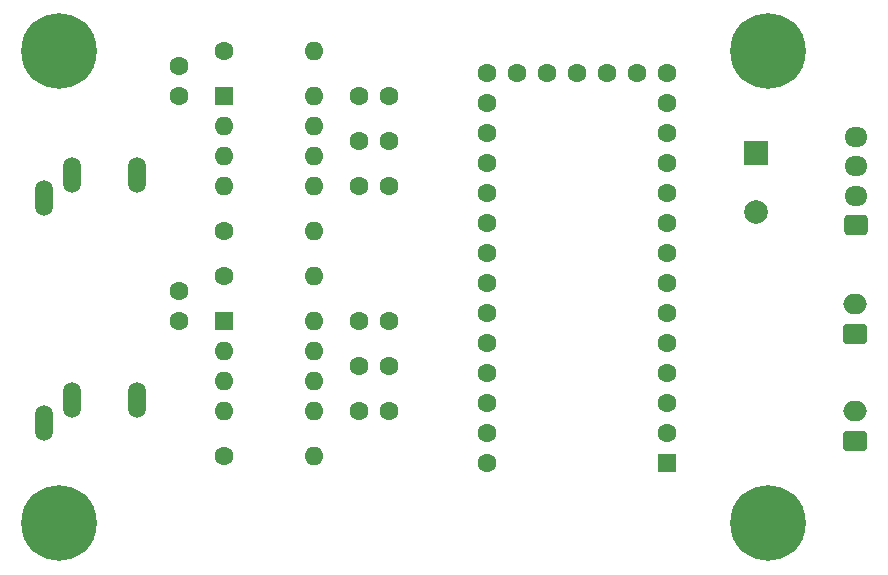
<source format=gbs>
%TF.GenerationSoftware,KiCad,Pcbnew,(6.0.4)*%
%TF.CreationDate,2022-03-22T23:36:16-04:00*%
%TF.ProjectId,larson_vu,6c617273-6f6e-45f7-9675-2e6b69636164,rev?*%
%TF.SameCoordinates,Original*%
%TF.FileFunction,Soldermask,Bot*%
%TF.FilePolarity,Negative*%
%FSLAX46Y46*%
G04 Gerber Fmt 4.6, Leading zero omitted, Abs format (unit mm)*
G04 Created by KiCad (PCBNEW (6.0.4)) date 2022-03-22 23:36:16*
%MOMM*%
%LPD*%
G01*
G04 APERTURE LIST*
G04 Aperture macros list*
%AMRoundRect*
0 Rectangle with rounded corners*
0 $1 Rounding radius*
0 $2 $3 $4 $5 $6 $7 $8 $9 X,Y pos of 4 corners*
0 Add a 4 corners polygon primitive as box body*
4,1,4,$2,$3,$4,$5,$6,$7,$8,$9,$2,$3,0*
0 Add four circle primitives for the rounded corners*
1,1,$1+$1,$2,$3*
1,1,$1+$1,$4,$5*
1,1,$1+$1,$6,$7*
1,1,$1+$1,$8,$9*
0 Add four rect primitives between the rounded corners*
20,1,$1+$1,$2,$3,$4,$5,0*
20,1,$1+$1,$4,$5,$6,$7,0*
20,1,$1+$1,$6,$7,$8,$9,0*
20,1,$1+$1,$8,$9,$2,$3,0*%
G04 Aperture macros list end*
%ADD10O,1.508000X3.016000*%
%ADD11C,1.600000*%
%ADD12RoundRect,0.250000X0.750000X-0.600000X0.750000X0.600000X-0.750000X0.600000X-0.750000X-0.600000X0*%
%ADD13O,2.000000X1.700000*%
%ADD14R,1.600000X1.600000*%
%ADD15O,1.600000X1.600000*%
%ADD16C,6.400000*%
%ADD17R,2.000000X2.000000*%
%ADD18C,2.000000*%
%ADD19RoundRect,0.250000X0.725000X-0.600000X0.725000X0.600000X-0.725000X0.600000X-0.725000X-0.600000X0*%
%ADD20O,1.950000X1.700000*%
G04 APERTURE END LIST*
D10*
%TO.C,A2*%
X38745000Y-71517500D03*
X41145000Y-69517500D03*
X46645000Y-69517500D03*
%TD*%
D11*
%TO.C,C3*%
X67945000Y-51425000D03*
X65445000Y-51425000D03*
%TD*%
D12*
%TO.C,J2*%
X107375000Y-73000000D03*
D13*
X107375000Y-70500000D03*
%TD*%
D11*
%TO.C,C6*%
X65405000Y-62855000D03*
X67905000Y-62855000D03*
%TD*%
D14*
%TO.C,U1*%
X91440000Y-74920000D03*
D11*
X91440000Y-72380000D03*
X91440000Y-69840000D03*
X91440000Y-67300000D03*
X91440000Y-64760000D03*
X91440000Y-62220000D03*
X91440000Y-59680000D03*
X91440000Y-57140000D03*
X91440000Y-54600000D03*
X91440000Y-52060000D03*
X91440000Y-49520000D03*
X91440000Y-46980000D03*
X91440000Y-44440000D03*
X91440000Y-41900000D03*
X88900000Y-41900000D03*
X86360000Y-41900000D03*
X83820000Y-41900000D03*
X81280000Y-41900000D03*
X78740000Y-41900000D03*
X76200000Y-41900000D03*
X76200000Y-44440000D03*
X76200000Y-46980000D03*
X76200000Y-49520000D03*
X76200000Y-52060000D03*
X76200000Y-54600000D03*
X76200000Y-57140000D03*
X76200000Y-59680000D03*
X76200000Y-62220000D03*
X76200000Y-64760000D03*
X76200000Y-67300000D03*
X76200000Y-69840000D03*
X76200000Y-72380000D03*
X76200000Y-74920000D03*
%TD*%
%TO.C,R2*%
X53975000Y-74285000D03*
D15*
X61595000Y-74285000D03*
%TD*%
D11*
%TO.C,R4*%
X53975000Y-59045000D03*
D15*
X61595000Y-59045000D03*
%TD*%
D16*
%TO.C,H1*%
X40000000Y-40000000D03*
%TD*%
%TO.C,H4*%
X100000000Y-40000000D03*
%TD*%
D11*
%TO.C,C1*%
X50165000Y-43805000D03*
X50165000Y-41305000D03*
%TD*%
%TO.C,R3*%
X53975000Y-39995000D03*
D15*
X61595000Y-39995000D03*
%TD*%
D10*
%TO.C,A1*%
X38745000Y-52467500D03*
X41145000Y-50467500D03*
X46645000Y-50467500D03*
%TD*%
D12*
%TO.C,J1*%
X107375000Y-63950000D03*
D13*
X107375000Y-61450000D03*
%TD*%
D11*
%TO.C,C4*%
X67945000Y-70475000D03*
X65445000Y-70475000D03*
%TD*%
D16*
%TO.C,H2*%
X100000000Y-80000000D03*
%TD*%
D14*
%TO.C,U2*%
X53985000Y-43815000D03*
D15*
X53985000Y-46355000D03*
X53985000Y-48895000D03*
X53985000Y-51435000D03*
X61605000Y-51435000D03*
X61605000Y-48895000D03*
X61605000Y-46355000D03*
X61605000Y-43815000D03*
%TD*%
D11*
%TO.C,C7*%
X67945000Y-47615000D03*
X65445000Y-47615000D03*
%TD*%
%TO.C,C8*%
X67945000Y-66665000D03*
X65445000Y-66665000D03*
%TD*%
D17*
%TO.C,C9*%
X99000000Y-48632323D03*
D18*
X99000000Y-53632323D03*
%TD*%
D14*
%TO.C,U3*%
X53985000Y-62865000D03*
D15*
X53985000Y-65405000D03*
X53985000Y-67945000D03*
X53985000Y-70485000D03*
X61605000Y-70485000D03*
X61605000Y-67945000D03*
X61605000Y-65405000D03*
X61605000Y-62865000D03*
%TD*%
D11*
%TO.C,C2*%
X50165000Y-62855000D03*
X50165000Y-60355000D03*
%TD*%
D16*
%TO.C,H3*%
X40000000Y-80000000D03*
%TD*%
D19*
%TO.C,J3*%
X107475000Y-54750000D03*
D20*
X107475000Y-52250000D03*
X107475000Y-49750000D03*
X107475000Y-47250000D03*
%TD*%
D11*
%TO.C,C5*%
X65405000Y-43805000D03*
X67905000Y-43805000D03*
%TD*%
%TO.C,R1*%
X53975000Y-55235000D03*
D15*
X61595000Y-55235000D03*
%TD*%
M02*

</source>
